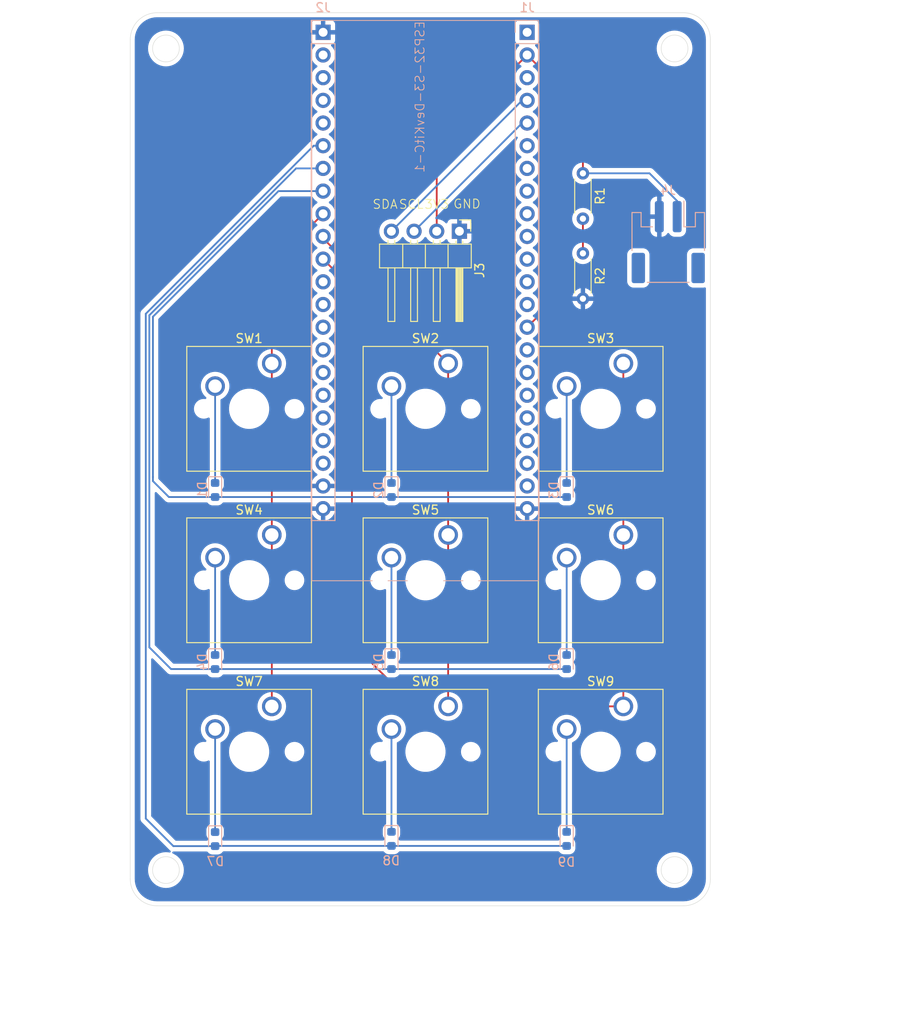
<source format=kicad_pcb>
(kicad_pcb (version 20240108) (generator "pcbnew") (generator_version "8.0")
  (layers (0 "F.Cu" signal) (31 "B.Cu" signal) (34 "B.Paste" user) (35 "F.Paste" user) (36 "B.SilkS" user "B.Silkscreen") (37 "F.SilkS" user "F.Silkscreen") (38 "B.Mask" user) (39 "F.Mask" user) (44 "Edge.Cuts" user))
  (net 0 "")
  (net 1 "Net-(D1-K)")
  (net 2 "/42")
  (net 3 "Net-(D2-K)")
  (net 4 "Net-(D3-K)")
  (net 5 "/41")
  (net 6 "Net-(D4-K)")
  (net 7 "Net-(D5-K)")
  (net 8 "Net-(D6-K)")
  (net 9 "/40")
  (net 10 "Net-(D7-K)")
  (net 11 "Net-(D8-K)")
  (net 12 "Net-(D9-K)")
  (net 13 "/9")
  (net 14 "/4")
  (net 15 "/6")
  (net 16 "/15")
  (net 17 "/5V")
  (net 18 "/14")
  (net 19 "/17")
  (net 20 "/18")
  (net 21 "/10")
  (net 22 "/5")
  (net 23 "/12")
  (net 24 "/16")
  (net 25 "/8")
  (net 26 "/3")
  (net 27 "/13")
  (net 28 "GND")
  (net 29 "/11")
  (net 30 "/46")
  (net 31 "/7")
  (net 33 "3V3")
  (net 34 "/38")
  (net 35 "/21")
  (net 36 "/35")
  (net 37 "/39")
  (net 38 "/20")
  (net 39 "/48")
  (net 40 "/1")
  (net 41 "/0")
  (net 42 "/36")
  (net 43 "/RX")
  (net 44 "/2")
  (net 45 "/19")
  (net 46 "/45")
  (net 47 "/TX")
  (net 48 "/37")
  (net 49 "/47")
  (footprint "Button_Switch_Keyboard:SW_Cherry_MX_1.00u_PCB" (layer "F.Cu") (at 96.86 77.23)
    (property "Reference" "SW2" (at -2.54 -2.794 0) (layer "F.SilkS"))
    (property "Value" "SW_Push_45deg" (hide yes))
    (fp_line (start -9.525 -1.905) (end 4.445 -1.905) (stroke (width 0.12)) (layer "F.SilkS"))
    (fp_line (start -9.525 12.065) (end -9.525 -1.905) (stroke (width 0.12)) (layer "F.SilkS"))
    (fp_line (start 4.445 -1.905) (end 4.445 12.065) (stroke (width 0.12)) (layer "F.SilkS"))
    (fp_line (start 4.445 12.065) (end -9.525 12.065) (stroke (width 0.12)) (layer "F.SilkS"))
    (pad "" np_thru_hole circle (at -7.62 5.08) (size 1.7 1.7) (drill 1.7) (layers "*.Cu" "*.Mask"))
    (pad "" np_thru_hole circle (at -2.54 5.08) (size 4 4) (drill 4) (layers "*.Cu" "*.Mask"))
    (pad "" np_thru_hole circle (at 2.54 5.08) (size 1.7 1.7) (drill 1.7) (layers "*.Cu" "*.Mask"))
    (pad "1" thru_hole circle (at 0 0) (size 2.2 2.2) (drill 1.5) (layers "*.Cu" "*.Mask") (net 34 "/38"))
    (pad "2" thru_hole circle (at -6.35 2.54) (size 2.2 2.2) (drill 1.5) (layers "*.Cu" "*.Mask") (net 3 "Net-(D2-K)"))
  )
  (footprint "Button_Switch_Keyboard:SW_Cherry_MX_1.00u_PCB" (layer "F.Cu") (at 77.1 77.23)
    (property "Reference" "SW1" (at -2.54 -2.794 0) (layer "F.SilkS"))
    (property "Value" "SW_Push_45deg" (hide yes))
    (fp_line (start -9.525 -1.905) (end 4.445 -1.905) (stroke (width 0.12)) (layer "F.SilkS"))
    (fp_line (start -9.525 12.065) (end -9.525 -1.905) (stroke (width 0.12)) (layer "F.SilkS"))
    (fp_line (start 4.445 -1.905) (end 4.445 12.065) (stroke (width 0.12)) (layer "F.SilkS"))
    (fp_line (start 4.445 12.065) (end -9.525 12.065) (stroke (width 0.12)) (layer "F.SilkS"))
    (pad "" np_thru_hole circle (at -7.62 5.08) (size 1.7 1.7) (drill 1.7) (layers "*.Cu" "*.Mask"))
    (pad "" np_thru_hole circle (at -2.54 5.08) (size 4 4) (drill 4) (layers "*.Cu" "*.Mask"))
    (pad "" np_thru_hole circle (at 2.54 5.08) (size 1.7 1.7) (drill 1.7) (layers "*.Cu" "*.Mask"))
    (pad "1" thru_hole circle (at 0 0) (size 2.2 2.2) (drill 1.5) (layers "*.Cu" "*.Mask") (net 37 "/39"))
    (pad "2" thru_hole circle (at -6.35 2.54) (size 2.2 2.2) (drill 1.5) (layers "*.Cu" "*.Mask") (net 1 "Net-(D1-K)"))
  )
  (footprint "Button_Switch_Keyboard:SW_Cherry_MX_1.00u_PCB" (layer "F.Cu") (at 116.49 77.23)
    (property "Reference" "SW3" (at -2.54 -2.794 0) (layer "F.SilkS"))
    (property "Value" "SW_Push_45deg" (hide yes))
    (fp_line (start -9.525 -1.905) (end 4.445 -1.905) (stroke (width 0.12)) (layer "F.SilkS"))
    (fp_line (start -9.525 12.065) (end -9.525 -1.905) (stroke (width 0.12)) (layer "F.SilkS"))
    (fp_line (start 4.445 -1.905) (end 4.445 12.065) (stroke (width 0.12)) (layer "F.SilkS"))
    (fp_line (start 4.445 12.065) (end -9.525 12.065) (stroke (width 0.12)) (layer "F.SilkS"))
    (pad "" np_thru_hole circle (at -7.62 5.08) (size 1.7 1.7) (drill 1.7) (layers "*.Cu" "*.Mask"))
    (pad "" np_thru_hole circle (at -2.54 5.08) (size 4 4) (drill 4) (layers "*.Cu" "*.Mask"))
    (pad "" np_thru_hole circle (at 2.54 5.08) (size 1.7 1.7) (drill 1.7) (layers "*.Cu" "*.Mask"))
    (pad "1" thru_hole circle (at 0 0) (size 2.2 2.2) (drill 1.5) (layers "*.Cu" "*.Mask") (net 48 "/37"))
    (pad "2" thru_hole circle (at -6.35 2.54) (size 2.2 2.2) (drill 1.5) (layers "*.Cu" "*.Mask") (net 4 "Net-(D3-K)"))
  )
  (footprint "Connector_PinHeader_2.54mm:PinHeader_1x04_P2.54mm_Horizontal" (layer "F.Cu") (at 98.12 62.425 -90)
    (property "Reference" "J3" (at 4.385 -2.27 90) (layer "F.SilkS"))
    (property "Value" "SSD1306 OLED Display" (hide yes))
    (fp_line (start 1.44 8.95) (end 4.1 8.95) (stroke (width 0.12)) (layer "F.SilkS"))
    (fp_line (start 4.1 8.95) (end 4.1 -1.33) (stroke (width 0.12)) (layer "F.SilkS"))
    (fp_line (start 1.042929 8) (end 1.44 8) (stroke (width 0.12)) (layer "F.SilkS"))
    (fp_line (start 10.1 8) (end 4.1 8) (stroke (width 0.12)) (layer "F.SilkS"))
    (fp_line (start 1.042929 7.24) (end 1.44 7.24) (stroke (width 0.12)) (layer "F.SilkS"))
    (fp_line (start 4.1 7.24) (end 10.1 7.24) (stroke (width 0.12)) (layer "F.SilkS"))
    (fp_line (start 10.1 7.24) (end 10.1 8) (stroke (width 0.12)) (layer "F.SilkS"))
    (fp_line (start 1.44 6.35) (end 4.1 6.35) (stroke (width 0.12)) (layer "F.SilkS"))
    (fp_line (start 1.042929 5.46) (end 1.44 5.46) (stroke (width 0.12)) (layer "F.SilkS"))
    (fp_line (start 10.1 5.46) (end 4.1 5.46) (stroke (width 0.12)) (layer "F.SilkS"))
    (fp_line (start 1.042929 4.7) (end 1.44 4.7) (stroke (width 0.12)) (layer "F.SilkS"))
    (fp_line (start 4.1 4.7) (end 10.1 4.7) (stroke (width 0.12)) (layer "F.SilkS"))
    (fp_line (start 10.1 4.7) (end 10.1 5.46) (stroke (width 0.12)) (layer "F.SilkS"))
    (fp_line (start 1.44 3.81) (end 4.1 3.81) (stroke (width 0.12)) (layer "F.SilkS"))
    (fp_line (start 1.042929 2.92) (end 1.44 2.92) (stroke (width 0.12)) (layer "F.SilkS"))
    (fp_line (start 10.1 2.92) (end 4.1 2.92) (stroke (width 0.12)) (layer "F.SilkS"))
    (fp_line (start 1.042929 2.16) (end 1.44 2.16) (stroke (width 0.12)) (layer "F.SilkS"))
    (fp_line (start 4.1 2.16) (end 10.1 2.16) (stroke (width 0.12)) (layer "F.SilkS"))
    (fp_line (start 10.1 2.16) (end 10.1 2.92) (stroke (width 0.12)) (layer "F.SilkS"))
    (fp_line (start 1.44 1.27) (end 4.1 1.27) (stroke (width 0.12)) (layer "F.SilkS"))
    (fp_line (start 1.11 0.38) (end 1.44 0.38) (stroke (width 0.12)) (layer "F.SilkS"))
    (fp_line (start 10.1 0.38) (end 4.1 0.38) (stroke (width 0.12)) (layer "F.SilkS"))
    (fp_line (start 4.1 0.28) (end 10.1 0.28) (stroke (width 0.12)) (layer "F.SilkS"))
    (fp_line (start 4.1 0.16) (end 10.1 0.16) (stroke (width 0.12)) (layer "F.SilkS"))
    (fp_line (start 4.1 0.04) (end 10.1 0.04) (stroke (width 0.12)) (layer "F.SilkS"))
    (fp_line (start -1.27 0) (end -1.27 -1.27) (stroke (width 0.12)) (layer "F.SilkS"))
    (fp_line (start 4.1 -0.08) (end 10.1 -0.08) (stroke (width 0.12)) (layer "F.SilkS"))
    (fp_line (start 4.1 -0.2) (end 10.1 -0.2) (stroke (width 0.12)) (layer "F.SilkS"))
    (fp_line (start 4.1 -0.32) (end 10.1 -0.32) (stroke (width 0.12)) (layer "F.SilkS"))
    (fp_line (start 1.11 -0.38) (end 1.44 -0.38) (stroke (width 0.12)) (layer "F.SilkS"))
    (fp_line (start 4.1 -0.38) (end 10.1 -0.38) (stroke (width 0.12)) (layer "F.SilkS"))
    (fp_line (start 10.1 -0.38) (end 10.1 0.38) (stroke (width 0.12)) (layer "F.SilkS"))
    (fp_line (start -1.27 -1.27) (end 0 -1.27) (stroke (width 0.12)) (layer "F.SilkS"))
    (fp_line (start 1.44 -1.33) (end 1.44 8.95) (stroke (width 0.12)) (layer "F.SilkS"))
    (fp_line (start 4.1 -1.33) (end 1.44 -1.33) (stroke (width 0.12)) (layer "F.SilkS"))
    (pad "1" thru_hole rect (at 0 0 270) (size 1.7 1.7) (drill 1) (layers "*.Cu" "*.Mask") (net 28 "GND"))
    (pad "2" thru_hole oval (at 0 2.54 270) (size 1.7 1.7) (drill 1) (layers "*.Cu" "*.Mask") (net 33 "3V3"))
    (pad "3" thru_hole oval (at 0 5.08 270) (size 1.7 1.7) (drill 1) (layers "*.Cu" "*.Mask") (net 22 "/5"))
    (pad "4" thru_hole oval (at 0 7.62 270) (size 1.7 1.7) (drill 1) (layers "*.Cu" "*.Mask") (net 14 "/4"))
  )
  (footprint "Button_Switch_Keyboard:SW_Cherry_MX_1.00u_PCB" (layer "F.Cu") (at 96.86 115.63)
    (property "Reference" "SW8" (at -2.54 -2.794 0) (layer "F.SilkS"))
    (property "Value" "SW_Push_45deg" (hide yes))
    (fp_line (start -9.525 -1.905) (end 4.445 -1.905) (stroke (width 0.12)) (layer "F.SilkS"))
    (fp_line (start -9.525 12.065) (end -9.525 -1.905) (stroke (width 0.12)) (layer "F.SilkS"))
    (fp_line (start 4.445 -1.905) (end 4.445 12.065) (stroke (width 0.12)) (layer "F.SilkS"))
    (fp_line (start 4.445 12.065) (end -9.525 12.065) (stroke (width 0.12)) (layer "F.SilkS"))
    (pad "" np_thru_hole circle (at -7.62 5.08) (size 1.7 1.7) (drill 1.7) (layers "*.Cu" "*.Mask"))
    (pad "" np_thru_hole circle (at -2.54 5.08) (size 4 4) (drill 4) (layers "*.Cu" "*.Mask"))
    (pad "" np_thru_hole circle (at 2.54 5.08) (size 1.7 1.7) (drill 1.7) (layers "*.Cu" "*.Mask"))
    (pad "1" thru_hole circle (at 0 0) (size 2.2 2.2) (drill 1.5) (layers "*.Cu" "*.Mask") (net 34 "/38"))
    (pad "2" thru_hole circle (at -6.35 2.54) (size 2.2 2.2) (drill 1.5) (layers "*.Cu" "*.Mask") (net 11 "Net-(D8-K)"))
  )
  (footprint "Button_Switch_Keyboard:SW_Cherry_MX_1.00u_PCB" (layer "F.Cu") (at 116.49 115.63)
    (property "Reference" "SW9" (at -2.54 -2.794 0) (layer "F.SilkS"))
    (property "Value" "SW_Push_45deg" (hide yes))
    (fp_line (start -9.525 -1.905) (end 4.445 -1.905) (stroke (width 0.12)) (layer "F.SilkS"))
    (fp_line (start -9.525 12.065) (end -9.525 -1.905) (stroke (width 0.12)) (layer "F.SilkS"))
    (fp_line (start 4.445 -1.905) (end 4.445 12.065) (stroke (width 0.12)) (layer "F.SilkS"))
    (fp_line (start 4.445 12.065) (end -9.525 12.065) (stroke (width 0.12)) (layer "F.SilkS"))
    (pad "" np_thru_hole circle (at -7.62 5.08) (size 1.7 1.7) (drill 1.7) (layers "*.Cu" "*.Mask"))
    (pad "" np_thru_hole circle (at -2.54 5.08) (size 4 4) (drill 4) (layers "*.Cu" "*.Mask"))
    (pad "" np_thru_hole circle (at 2.54 5.08) (size 1.7 1.7) (drill 1.7) (layers "*.Cu" "*.Mask"))
    (pad "1" thru_hole circle (at 0 0) (size 2.2 2.2) (drill 1.5) (layers "*.Cu" "*.Mask") (net 48 "/37"))
    (pad "2" thru_hole circle (at -6.35 2.54) (size 2.2 2.2) (drill 1.5) (layers "*.Cu" "*.Mask") (net 12 "Net-(D9-K)"))
  )
  (footprint "Resistor_THT:R_Axial_DIN0204_L3.6mm_D1.6mm_P5.08mm_Horizontal" (layer "F.Cu") (at 111.96 55.94 -90)
    (property "Reference" "R1" (at 2.54 -1.92 90) (layer "F.SilkS"))
    (property "Value" "10 kΩ")
    (fp_line (start 0.62 0.92) (end 4.46 0.92) (stroke (width 0.12)) (layer "F.SilkS"))
    (fp_line (start 0.62 -0.92) (end 4.46 -0.92) (stroke (width 0.12)) (layer "F.SilkS"))
    (pad "1" thru_hole circle (at 0 0 270) (size 1.4 1.4) (drill 0.7) (layers "*.Cu" "*.Mask") (net 33 "3V3"))
    (pad "2" thru_hole oval (at 5.08 0 270) (size 1.4 1.4) (drill 0.7) (layers "*.Cu" "*.Mask") (net 30 "/46"))
  )
  (footprint "Button_Switch_Keyboard:SW_Cherry_MX_1.00u_PCB" (layer "F.Cu") (at 116.49 96.43)
    (property "Reference" "SW6" (at -2.54 -2.794 0) (layer "F.SilkS"))
    (property "Value" "SW_Push_45deg" (hide yes))
    (fp_line (start -9.525 -1.905) (end 4.445 -1.905) (stroke (width 0.12)) (layer "F.SilkS"))
    (fp_line (start -9.525 12.065) (end -9.525 -1.905) (stroke (width 0.12)) (layer "F.SilkS"))
    (fp_line (start 4.445 -1.905) (end 4.445 12.065) (stroke (width 0.12)) (layer "F.SilkS"))
    (fp_line (start 4.445 12.065) (end -9.525 12.065) (stroke (width 0.12)) (layer "F.SilkS"))
    (pad "" np_thru_hole circle (at -7.62 5.08) (size 1.7 1.7) (drill 1.7) (layers "*.Cu" "*.Mask"))
    (pad "" np_thru_hole circle (at -2.54 5.08) (size 4 4) (drill 4) (layers "*.Cu" "*.Mask"))
    (pad "" np_thru_hole circle (at 2.54 5.08) (size 1.7 1.7) (drill 1.7) (layers "*.Cu" "*.Mask"))
    (pad "1" thru_hole circle (at 0 0) (size 2.2 2.2) (drill 1.5) (layers "*.Cu" "*.Mask") (net 48 "/37"))
    (pad "2" thru_hole circle (at -6.35 2.54) (size 2.2 2.2) (drill 1.5) (layers "*.Cu" "*.Mask") (net 8 "Net-(D6-K)"))
  )
  (footprint "Button_Switch_Keyboard:SW_Cherry_MX_1.00u_PCB" (layer "F.Cu") (at 77.1 115.63)
    (property "Reference" "SW7" (at -2.54 -2.794 0) (layer "F.SilkS"))
    (property "Value" "SW_Push_45deg" (hide yes))
    (fp_line (start -9.525 -1.905) (end 4.445 -1.905) (stroke (width 0.12)) (layer "F.SilkS"))
    (fp_line (start -9.525 12.065) (end -9.525 -1.905) (stroke (width 0.12)) (layer "F.SilkS"))
    (fp_line (start 4.445 -1.905) (end 4.445 12.065) (stroke (width 0.12)) (layer "F.SilkS"))
    (fp_line (start 4.445 12.065) (end -9.525 12.065) (stroke (width 0.12)) (layer "F.SilkS"))
    (pad "" np_thru_hole circle (at -7.62 5.08) (size 1.7 1.7) (drill 1.7) (layers "*.Cu" "*.Mask"))
    (pad "" np_thru_hole circle (at -2.54 5.08) (size 4 4) (drill 4) (layers "*.Cu" "*.Mask"))
    (pad "" np_thru_hole circle (at 2.54 5.08) (size 1.7 1.7) (drill 1.7) (layers "*.Cu" "*.Mask"))
    (pad "1" thru_hole circle (at 0 0) (size 2.2 2.2) (drill 1.5) (layers "*.Cu" "*.Mask") (net 37 "/39"))
    (pad "2" thru_hole circle (at -6.35 2.54) (size 2.2 2.2) (drill 1.5) (layers "*.Cu" "*.Mask") (net 10 "Net-(D7-K)"))
  )
  (footprint "Button_Switch_Keyboard:SW_Cherry_MX_1.00u_PCB" (layer "F.Cu") (at 77.1 96.43)
    (property "Reference" "SW4" (at -2.54 -2.794 0) (layer "F.SilkS"))
    (property "Value" "SW_Push_45deg" (hide yes))
    (fp_line (start -9.525 -1.905) (end 4.445 -1.905) (stroke (width 0.12)) (layer "F.SilkS"))
    (fp_line (start -9.525 12.065) (end -9.525 -1.905) (stroke (width 0.12)) (layer "F.SilkS"))
    (fp_line (start 4.445 -1.905) (end 4.445 12.065) (stroke (width 0.12)) (layer "F.SilkS"))
    (fp_line (start 4.445 12.065) (end -9.525 12.065) (stroke (width 0.12)) (layer "F.SilkS"))
    (pad "" np_thru_hole circle (at -7.62 5.08) (size 1.7 1.7) (drill 1.7) (layers "*.Cu" "*.Mask"))
    (pad "" np_thru_hole circle (at -2.54 5.08) (size 4 4) (drill 4) (layers "*.Cu" "*.Mask"))
    (pad "" np_thru_hole circle (at 2.54 5.08) (size 1.7 1.7) (drill 1.7) (layers "*.Cu" "*.Mask"))
    (pad "1" thru_hole circle (at 0 0) (size 2.2 2.2) (drill 1.5) (layers "*.Cu" "*.Mask") (net 37 "/39"))
    (pad "2" thru_hole circle (at -6.35 2.54) (size 2.2 2.2) (drill 1.5) (layers "*.Cu" "*.Mask") (net 6 "Net-(D4-K)"))
  )
  (footprint "Resistor_THT:R_Axial_DIN0204_L3.6mm_D1.6mm_P5.08mm_Horizontal" (layer "F.Cu") (at 111.96 64.9 -90)
    (property "Reference" "R2" (at 2.54 -1.92 90) (layer "F.SilkS"))
    (property "Value" "10 kΩ")
    (fp_line (start 0.62 0.92) (end 4.46 0.92) (stroke (width 0.12)) (layer "F.SilkS"))
    (fp_line (start 0.62 -0.92) (end 4.46 -0.92) (stroke (width 0.12)) (layer "F.SilkS"))
    (pad "1" thru_hole circle (at 0 0 270) (size 1.4 1.4) (drill 0.7) (layers "*.Cu" "*.Mask") (net 30 "/46"))
    (pad "2" thru_hole oval (at 5.08 0 270) (size 1.4 1.4) (drill 0.7) (layers "*.Cu" "*.Mask") (net 28 "GND"))
  )
  (footprint "Button_Switch_Keyboard:SW_Cherry_MX_1.00u_PCB" (layer "F.Cu") (at 96.86 96.43)
    (property "Reference" "SW5" (at -2.54 -2.794 0) (layer "F.SilkS"))
    (property "Value" "SW_Push_45deg" (hide yes))
    (fp_line (start -9.525 -1.905) (end 4.445 -1.905) (stroke (width 0.12)) (layer "F.SilkS"))
    (fp_line (start -9.525 12.065) (end -9.525 -1.905) (stroke (width 0.12)) (layer "F.SilkS"))
    (fp_line (start 4.445 -1.905) (end 4.445 12.065) (stroke (width 0.12)) (layer "F.SilkS"))
    (fp_line (start 4.445 12.065) (end -9.525 12.065) (stroke (width 0.12)) (layer "F.SilkS"))
    (pad "" np_thru_hole circle (at -7.62 5.08) (size 1.7 1.7) (drill 1.7) (layers "*.Cu" "*.Mask"))
    (pad "" np_thru_hole circle (at -2.54 5.08) (size 4 4) (drill 4) (layers "*.Cu" "*.Mask"))
    (pad "" np_thru_hole circle (at 2.54 5.08) (size 1.7 1.7) (drill 1.7) (layers "*.Cu" "*.Mask"))
    (pad "1" thru_hole circle (at 0 0) (size 2.2 2.2) (drill 1.5) (layers "*.Cu" "*.Mask") (net 34 "/38"))
    (pad "2" thru_hole circle (at -6.35 2.54) (size 2.2 2.2) (drill 1.5) (layers "*.Cu" "*.Mask") (net 7 "Net-(D5-K)"))
  )
  (footprint "Diode_SMD:D_0603_1608Metric" (layer "B.Cu") (at 110.14 110.6625 -90)
    (property "Reference" "D6" (at 0 1.43 90) (layer "B.SilkS") (effects (justify mirror)))
    (property "Value" "D")
    (fp_line (start -1.485 0.735) (end 0.8 0.735) (stroke (width 0.12)) (layer "B.SilkS"))
    (fp_line (start -1.485 -0.735) (end -1.485 0.735) (stroke (width 0.12)) (layer "B.SilkS"))
    (fp_line (start 0.8 -0.735) (end -1.485 -0.735) (stroke (width 0.12)) (layer "B.SilkS"))
    (pad "1" smd roundrect (at -0.7875 0 270) (size 0.875 0.95) (layers "B.Cu" "B.Paste" "B.Mask") (net 8 "Net-(D6-K)"))
    (pad "2" smd roundrect (at 0.7875 0 270) (size 0.875 0.95) (layers "B.Cu" "B.Paste" "B.Mask") (net 5 "/41"))
  )
  (footprint "Diode_SMD:D_0603_1608Metric" (layer "B.Cu") (at 110.14 91.4 -90)
    (property "Reference" "D3" (at 0 1.43 90) (layer "B.SilkS") (effects (justify mirror)))
    (property "Value" "D")
    (fp_line (start -1.485 0.735) (end 0.8 0.735) (stroke (width 0.12)) (layer "B.SilkS"))
    (fp_line (start -1.485 -0.735) (end -1.485 0.735) (stroke (width 0.12)) (layer "B.SilkS"))
    (fp_line (start 0.8 -0.735) (end -1.485 -0.735) (stroke (width 0.12)) (layer "B.SilkS"))
    (pad "1" smd roundrect (at -0.7875 0 270) (size 0.875 0.95) (layers "B.Cu" "B.Paste" "B.Mask") (net 4 "Net-(D3-K)"))
    (pad "2" smd roundrect (at 0.7875 0 270) (size 0.875 0.95) (layers "B.Cu" "B.Paste" "B.Mask") (net 9 "/40"))
  )
  (footprint "Diode_SMD:D_0603_1608Metric" (layer "B.Cu") (at 110.14 130.47 -90)
    (property "Reference" "D9" (at 2.59 0.03 180) (layer "B.SilkS") (effects (justify mirror)))
    (property "Value" "D")
    (fp_line (start -1.485 0.735) (end 0.8 0.735) (stroke (width 0.12)) (layer "B.SilkS"))
    (fp_line (start -1.485 -0.735) (end -1.485 0.735) (stroke (width 0.12)) (layer "B.SilkS"))
    (fp_line (start 0.8 -0.735) (end -1.485 -0.735) (stroke (width 0.12)) (layer "B.SilkS"))
    (pad "1" smd roundrect (at -0.7875 0 270) (size 0.875 0.95) (layers "B.Cu" "B.Paste" "B.Mask") (net 12 "Net-(D9-K)"))
    (pad "2" smd roundrect (at 0.7875 0 270) (size 0.875 0.95) (layers "B.Cu" "B.Paste" "B.Mask") (net 2 "/42"))
  )
  (footprint "Connector_PinSocket_2.54mm:PinSocket_1x22_P2.54mm_Vertical" (layer "B.Cu") (at 105.71 40.15 180)
    (property "Reference" "J1" (at 0 2.77 0) (layer "B.SilkS") (effects (justify mirror)))
    (property "Value" "ESP32-S3-devkitC-1 (left)")
    (fp_line (start 1.33 1.33) (end 0 1.33) (stroke (width 0.12)) (layer "B.SilkS"))
    (fp_line (start 1.33 0) (end 1.33 1.33) (stroke (width 0.12)) (layer "B.SilkS"))
    (fp_line (start 1.33 -1.27) (end -1.33 -1.27) (stroke (width 0.12)) (layer "B.SilkS"))
    (fp_line (start 1.33 -54.67) (end 1.33 -1.27) (stroke (width 0.12)) (layer "B.SilkS"))
    (fp_line (start 1.33 -54.67) (end -1.33 -54.67) (stroke (width 0.12)) (layer "B.SilkS"))
    (fp_line (start -1.33 -54.67) (end -1.33 -1.27) (stroke (width 0.12)) (layer "B.SilkS"))
    (pad "1" thru_hole rect (at 0 0 180) (size 1.7 1.7) (drill 1) (layers "*.Cu" "*.Mask") (net 33 "3V3"))
    (pad "2" thru_hole oval (at 0 -2.54 180) (size 1.7 1.7) (drill 1) (layers "*.Cu" "*.Mask") (net 33 "3V3"))
    (pad "3" thru_hole oval (at 0 -5.08 180) (size 1.7 1.7) (drill 1) (layers "*.Cu" "*.Mask"))
    (pad "4" thru_hole oval (at 0 -7.62 180) (size 1.7 1.7) (drill 1) (layers "*.Cu" "*.Mask") (net 14 "/4"))
    (pad "5" thru_hole oval (at 0 -10.16 180) (size 1.7 1.7) (drill 1) (layers "*.Cu" "*.Mask") (net 22 "/5"))
    (pad "6" thru_hole oval (at 0 -12.7 180) (size 1.7 1.7) (drill 1) (layers "*.Cu" "*.Mask") (net 15 "/6"))
    (pad "7" thru_hole oval (at 0 -15.24 180) (size 1.7 1.7) (drill 1) (layers "*.Cu" "*.Mask") (net 31 "/7"))
    (pad "8" thru_hole oval (at 0 -17.78 180) (size 1.7 1.7) (drill 1) (layers "*.Cu" "*.Mask") (net 16 "/15"))
    (pad "9" thru_hole oval (at 0 -20.32 180) (size 1.7 1.7) (drill 1) (layers "*.Cu" "*.Mask") (net 24 "/16"))
    (pad "10" thru_hole oval (at 0 -22.86 180) (size 1.7 1.7) (drill 1) (layers "*.Cu" "*.Mask") (net 19 "/17"))
    (pad "11" thru_hole oval (at 0 -25.4 180) (size 1.7 1.7) (drill 1) (layers "*.Cu" "*.Mask") (net 20 "/18"))
    (pad "12" thru_hole oval (at 0 -27.94 180) (size 1.7 1.7) (drill 1) (layers "*.Cu" "*.Mask") (net 25 "/8"))
    (pad "13" thru_hole oval (at 0 -30.48 180) (size 1.7 1.7) (drill 1) (layers "*.Cu" "*.Mask") (net 26 "/3"))
    (pad "14" thru_hole oval (at 0 -33.02 180) (size 1.7 1.7) (drill 1) (layers "*.Cu" "*.Mask") (net 30 "/46"))
    (pad "15" thru_hole oval (at 0 -35.56 180) (size 1.7 1.7) (drill 1) (layers "*.Cu" "*.Mask") (net 13 "/9"))
    (pad "16" thru_hole oval (at 0 -38.1 180) (size 1.7 1.7) (drill 1) (layers "*.Cu" "*.Mask") (net 21 "/10"))
    (pad "17" thru_hole oval (at 0 -40.64 180) (size 1.7 1.7) (drill 1) (layers "*.Cu" "*.Mask") (net 29 "/11"))
    (pad "18" thru_hole oval (at 0 -43.18 180) (size 1.7 1.7) (drill 1) (layers "*.Cu" "*.Mask") (net 23 "/12"))
    (pad "19" thru_hole oval (at 0 -45.72 180) (size 1.7 1.7) (drill 1) (layers "*.Cu" "*.Mask") (net 27 "/13"))
    (pad "20" thru_hole oval (at 0 -48.26 180) (size 1.7 1.7) (drill 1) (layers "*.Cu" "*.Mask") (net 18 "/14"))
    (pad "21" thru_hole oval (at 0 -50.8 180) (size 1.7 1.7) (drill 1) (layers "*.Cu" "*.Mask") (net 17 "/5V"))
    (pad "22" thru_hole oval (at 0 -53.34 180) (size 1.7 1.7) (drill 1) (layers "*.Cu" "*.Mask") (net 28 "GND"))
  )
  (footprint "Diode_SMD:D_0603_1608Metric" (layer "B.Cu") (at 70.75 130.49 -90)
    (property "Reference" "D7" (at 2.5 -0.03 180) (layer "B.SilkS") (effects (justify mirror)))
    (property "Value" "D")
    (fp_line (start -1.485 0.735) (end 0.8 0.735) (stroke (width 0.12)) (layer "B.SilkS"))
    (fp_line (start -1.485 -0.735) (end -1.485 0.735) (stroke (width 0.12)) (layer "B.SilkS"))
    (fp_line (start 0.8 -0.735) (end -1.485 -0.735) (stroke (width 0.12)) (layer "B.SilkS"))
    (pad "1" smd roundrect (at -0.7875 0 270) (size 0.875 0.95) (layers "B.Cu" "B.Paste" "B.Mask") (net 10 "Net-(D7-K)"))
    (pad "2" smd roundrect (at 0.7875 0 270) (size 0.875 0.95) (layers "B.Cu" "B.Paste" "B.Mask") (net 2 "/42"))
  )
  (footprint "Diode_SMD:D_0603_1608Metric" (layer "B.Cu") (at 70.75 91.4 -90)
    (property "Reference" "D1" (at 0 1.43 90) (layer "B.SilkS") (effects (justify mirror)))
    (property "Value" "D")
    (fp_line (start -1.485 0.735) (end 0.8 0.735) (stroke (width 0.12)) (layer "B.SilkS"))
    (fp_line (start -1.485 -0.735) (end -1.485 0.735) (stroke (width 0.12)) (layer "B.SilkS"))
    (fp_line (start 0.8 -0.735) (end -1.485 -0.735) (stroke (width 0.12)) (layer "B.SilkS"))
    (pad "1" smd roundrect (at -0.7875 0 270) (size 0.875 0.95) (layers "B.Cu" "B.Paste" "B.Mask") (net 1 "Net-(D1-K)"))
    (pad "2" smd roundrect (at 0.7875 0 270) (size 0.875 0.95) (layers "B.Cu" "B.Paste" "B.Mask") (net 9 "/40"))
  )
  (footprint "Diode_SMD:D_0603_1608Metric" (layer "B.Cu") (at 90.51 110.6625 -90)
    (property "Reference" "D5" (at 0 1.43 90) (layer "B.SilkS") (effects (justify mirror)))
    (property "Value" "D")
    (fp_line (start -1.485 0.735) (end 0.8 0.735) (stroke (width 0.12)) (layer "B.SilkS"))
    (fp_line (start -1.485 -0.735) (end -1.485 0.735) (stroke (width 0.12)) (layer "B.SilkS"))
    (fp_line (start 0.8 -0.735) (end -1.485 -0.735) (stroke (width 0.12)) (layer "B.SilkS"))
    (pad "1" smd roundrect (at -0.7875 0 270) (size 0.875 0.95) (layers "B.Cu" "B.Paste" "B.Mask") (net 7 "Net-(D5-K)"))
    (pad "2" smd roundrect (at 0.7875 0 270) (size 0.875 0.95) (layers "B.Cu" "B.Paste" "B.Mask") (net 5 "/41"))
  )
  (footprint "Diode_SMD:D_0603_1608Metric" (layer "B.Cu") (at 90.51 91.4 -90)
    (property "Reference" "D2" (at 0 1.43 90) (layer "B.SilkS") (effects (justify mirror)))
    (property "Value" "D")
    (fp_line (start -1.485 0.735) (end 0.8 0.735) (stroke (width 0.12)) (layer "B.SilkS"))
    (fp_line (start -1.485 -0.735) (end -1.485 0.735) (stroke (width 0.12)) (layer "B.SilkS"))
    (fp_line (start 0.8 -0.735) (end -1.485 -0.735) (stroke (width 0.12)) (layer "B.SilkS"))
    (pad "1" smd roundrect (at -0.7875 0 270) (size 0.875 0.95) (layers "B.Cu" "B.Paste" "B.Mask") (net 3 "Net-(D2-K)"))
    (pad "2" smd roundrect (at 0.7875 0 270) (size 0.875 0.95) (layers "B.Cu" "B.Paste" "B.Mask") (net 9 "/40"))
  )
  (footprint "Diode_SMD:D_0603_1608Metric" (layer "B.Cu") (at 90.51 130.4625 -90)
    (property "Reference" "D8" (at 2.4475 0.03 180) (layer "B.SilkS") (effects (justify mirror)))
    (property "Value" "D")
    (fp_line (start -1.485 0.735) (end 0.8 0.735) (stroke (width 0.12)) (layer "B.SilkS"))
    (fp_line (start -1.485 -0.735) (end -1.485 0.735) (stroke (width 0.12)) (layer "B.SilkS"))
    (fp_line (start 0.8 -0.735) (end -1.485 -0.735) (stroke (width 0.12)) (layer "B.SilkS"))
    (pad "1" smd roundrect (at -0.7875 0 270) (size 0.875 0.95) (layers "B.Cu" "B.Paste" "B.Mask") (net 11 "Net-(D8-K)"))
    (pad "2" smd roundrect (at 0.7875 0 270) (size 0.875 0.95) (layers "B.Cu" "B.Paste" "B.Mask") (net 2 "/42"))
  )
  (footprint "Diode_SMD:D_0603_1608Metric" (layer "B.Cu") (at 70.75 110.6625 -90)
    (property "Reference" "D4" (at 0 1.43 90) (layer "B.SilkS") (effects (justify mirror)))
    (property "Value" "D")
    (fp_line (start -1.485 0.735) (end 0.8 0.735) (stroke (width 0.12)) (layer "B.SilkS"))
    (fp_line (start -1.485 -0.735) (end -1.485 0.735) (stroke (width 0.12)) (layer "B.SilkS"))
    (fp_line (start 0.8 -0.735) (end -1.485 -0.735) (stroke (width 0.12)) (layer "B.SilkS"))
    (pad "1" smd roundrect (at -0.7875 0 270) (size 0.875 0.95) (layers "B.Cu" "B.Paste" "B.Mask") (net 6 "Net-(D4-K)"))
    (pad "2" smd roundrect (at 0.7875 0 270) (size 0.875 0.95) (layers "B.Cu" "B.Paste" "B.Mask") (net 5 "/41"))
  )
  (footprint "Connector_PinSocket_2.54mm:PinSocket_1x22_P2.54mm_Vertical" (layer "B.Cu") (at 82.85 40.15 180)
    (property "Reference" "J2" (at 0 2.77 0) (layer "B.SilkS") (effects (justify mirror)))
    (property "Value" "ESP32-S3-devkitC-1 (right)")
    (fp_line (start 1.33 1.33) (end 0 1.33) (stroke (width 0.12)) (layer "B.SilkS"))
    (fp_line (start 1.33 0) (end 1.33 1.33) (stroke (width 0.12)) (layer "B.SilkS"))
    (fp_line (start 1.33 -1.27) (end -1.33 -1.27) (stroke (width 0.12)) (layer "B.SilkS"))
    (fp_line (start 1.33 -54.67) (end 1.33 -1.27) (stroke (width 0.12)) (layer "B.SilkS"))
    (fp_line (start 1.33 -54.67) (end -1.33 -54.67) (stroke (width 0.12)) (layer "B.SilkS"))
    (fp_line (start -1.33 -54.67) (end -1.33 -1.27) (stroke (width 0.12)) (layer "B.SilkS"))
    (pad "1" thru_hole rect (at 0 0 180) (size 1.7 1.7) (drill 1) (layers "*.Cu" "*.Mask") (net 28 "GND"))
    (pad "2" thru_hole oval (at 0 -2.54 180) (size 1.7 1.7) (drill 1) (layers "*.Cu" "*.Mask") (net 47 "/TX"))
    (pad "3" thru_hole oval (at 0 -5.08 180) (size 1.7 1.7) (drill 1) (layers "*.Cu" "*.Mask") (net 43 "/RX"))
    (pad "4" thru_hole oval (at 0 -7.62 180) (size 1.7 1.7) (drill 1) (layers "*.Cu" "*.Mask") (net 40 "/1"))
    (pad "5" thru_hole oval (at 0 -10.16 180) (size 1.7 1.7) (drill 1) (layers "*.Cu" "*.Mask") (net 44 "/2"))
    (pad "6" thru_hole oval (at 0 -12.7 180) (size 1.7 1.7) (drill 1) (layers "*.Cu" "*.Mask") (net 2 "/42"))
    (pad "7" thru_hole oval (at 0 -15.24 180) (size 1.7 1.7) (drill 1) (layers "*.Cu" "*.Mask") (net 5 "/41"))
    (pad "8" thru_hole oval (at 0 -17.78 180) (size 1.7 1.7) (drill 1) (layers "*.Cu" "*.Mask") (net 9 "/40"))
    (pad "9" thru_hole oval (at 0 -20.32 180) (size 1.7 1.7) (drill 1) (layers "*.Cu" "*.Mask") (net 37 "/39"))
    (pad "10" thru_hole oval (at 0 -22.86 180) (size 1.7 1.7) (drill 1) (layers "*.Cu" "*.Mask") (net 34 "/38"))
    (pad "11" thru_hole oval (at 0 -25.4 180) (size 1.7 1.7) (drill 1) (layers "*.Cu" "*.Mask") (net 48 "/37"))
    (pad "12" thru_hole oval (at 0 -27.94 180) (size 1.7 1.7) (drill 1) (layers "*.Cu" "*.Mask") (net 42 "/36"))
    (pad "13" thru_hole oval (at 0 -30.48 180) (size 1.7 1.7) (drill 1) (layers "*.Cu" "*.Mask") (net 36 "/35"))
    (pad "14" thru_hole oval (at 0 -33.02 180) (size 1.7 1.7) (drill 1) (layers "*.Cu" "*.Mask") (net 41 "/0"))
    (pad "15" thru_hole oval (at 0 -35.56 180) (size 1.7 1.7) (drill 1) (layers "*.Cu" "*.Mask") (net 46 "/45"))
    (pad "16" thru_hole oval (at 0 -38.1 180) (size 1.7 1.7) (drill 1) (layers "*.Cu" "*.Mask") (net 39 "/48"))
    (pad "17" thru_hole oval (at 0 -40.64 180) (size 1.7 1.7) (drill 1) (layers "*.Cu" "*.Mask") (net 49 "/47"))
    (pad "18" thru_hole oval (at 0 -43.18 180) (size 1.7 1.7) (drill 1) (layers "*.Cu" "*.Mask") (net 35 "/21"))
    (pad "19" thru_hole oval (at 0 -45.72 180) (size 1.7 1.7) (drill 1) (layers "*.Cu" "*.Mask") (net 38 "/20"))
    (pad "20" thru_hole oval (at 0 -48.26 180) (size 1.7 1.7) (drill 1) (layers "*.Cu" "*.Mask") (net 45 "/19"))
    (pad "21" thru_hole oval (at 0 -50.8 180) (size 1.7 1.7) (drill 1) (layers "*.Cu" "*.Mask") (net 28 "GND"))
    (pad "22" thru_hole oval (at 0 -53.34 180) (size 1.7 1.7) (drill 1) (layers "*.Cu" "*.Mask") (net 28 "GND"))
  )
  (footprint "Connector_JST:JST_PH_S2B-PH-SM4-TB_1x02-1MP_P2.00mm_Horizontal" (layer "B.Cu") (at 121.52 63.64 180)
    (property "Reference" "J4" (at 0 5.8 360) (layer "B.SilkS") (effects (justify mirror)))
    (property "Value" "Conn_01x02_Pin")
    (fp_line (start 4.06 3.31) (end 4.06 -0.94) (stroke (width 0.12)) (layer "B.SilkS"))
    (fp_line (start 3.04 3.31) (end 4.06 3.31) (stroke (width 0.12)) (layer "B.SilkS"))
    (fp_line (start 3.04 1.71) (end 3.04 3.31) (stroke (width 0.12)) (layer "B.SilkS"))
    (fp_line (start 2.34 -4.51) (end -2.34 -4.51) (stroke (width 0.12)) (layer "B.SilkS"))
    (fp_line (start 1.76 1.71) (end 3.04 1.71) (stroke (width 0.12)) (layer "B.SilkS"))
    (fp_line (start -1.76 4.6) (end -1.76 1.71) (stroke (width 0.12)) (layer "B.SilkS"))
    (fp_line (start -1.76 1.71) (end -3.04 1.71) (stroke (width 0.12)) (layer "B.SilkS"))
    (fp_line (start -3.04 3.31) (end -4.06 3.31) (stroke (width 0.12)) (layer "B.SilkS"))
    (fp_line (start -3.04 1.71) (end -3.04 3.31) (stroke (width 0.12)) (layer "B.SilkS"))
    (fp_line (start -4.06 3.31) (end -4.06 -0.94) (stroke (width 0.12)) (layer "B.SilkS"))
    (pad "1" smd roundrect (at -1 2.85 180) (size 1 3.5) (layers "B.Cu" "B.Paste" "B.Mask") (net 33 "3V3"))
    (pad "2" smd roundrect (at 1 2.85 180) (size 1 3.5) (layers "B.Cu" "B.Paste" "B.Mask") (net 28 "GND"))
    (pad "MP" smd roundrect (at -3.35 -2.9 180) (size 1.5 3.4) (layers "B.Cu" "B.Paste" "B.Mask") (roundrect_rratio 0.166667))
    (pad "MP" smd roundrect (at 3.35 -2.9 180) (size 1.5 3.4) (layers "B.Cu" "B.Paste" "B.Mask") (roundrect_rratio 0.166667))
  )
  (gr_rect (start 81.58 38.82) (end 106.98 101.56) (stroke (width 0.1)) (fill none) (layer "B.SilkS"))
  (gr_arc (start 64.24 137.96) (mid 62.11868 137.08132) (end 61.24 134.96) (stroke (width 0.05)) (layer "Edge.Cuts"))
  (gr_arc (start 126.24 134.96) (mid 125.36132 137.08132) (end 123.24 137.96) (stroke (width 0.05)) (layer "Edge.Cuts"))
  (gr_arc (start 61.24 40.96) (mid 62.11868 38.83868) (end 64.24 37.96) (stroke (width 0.05)) (layer "Edge.Cuts"))
  (gr_circle (center 122.23 41.96) (end 123.73 41.96) (stroke (width 0.05)) (fill none) (layer "Edge.Cuts"))
  (gr_arc (start 123.24 37.96) (mid 125.36132 38.83868) (end 126.24 40.96) (stroke (width 0.05)) (layer "Edge.Cuts"))
  (gr_line (start 61.24 134.96) (end 61.24 40.96) (stroke (width 0.05)) (layer "Edge.Cuts"))
  (gr_circle (center 122.23 133.96) (end 123.73 133.96) (stroke (width 0.05)) (fill none) (layer "Edge.Cuts"))
  (gr_line (start 64.24 37.96) (end 123.24 37.96) (stroke (width 0.05)) (layer "Edge.Cuts"))
  (gr_circle (center 65.24 133.96) (end 66.74 133.96) (stroke (width 0.05)) (fill none) (layer "Edge.Cuts"))
  (gr_line (start 123.24 137.96) (end 64.24 137.96) (stroke (width 0.05)) (layer "Edge.Cuts"))
  (gr_circle (center 65.24 41.96) (end 66.74 41.96) (stroke (width 0.05)) (fill none) (layer "Edge.Cuts"))
  (gr_line (start 126.24 40.96) (end 126.24 134.96) (stroke (width 0.05)) (layer "Edge.Cuts"))
  (gr_text "ESP32-S3-DevKitC-1\n" (at 94.28 38.82 90) (layer "B.SilkS") (effects (font (size 1 1) (thickness 0.1)) (justify left bottom mirror)))
  (gr_text "GND" (at 97.38 59.95 0) (layer "F.SilkS") (effects (font (size 1 1) (thickness 0.1)) (justify left bottom)))
  (gr_text "3V3\n" (at 94.14 59.99 0) (layer "F.SilkS") (effects (font (size 1 1) (thickness 0.1)) (justify left bottom)))
  (gr_text "SDA" (at 88.33 59.99 0) (layer "F.SilkS") (effects (font (size 1 1) (thickness 0.1)) (justify left bottom)))
  (gr_text "SCL" (at 91.28 59.99 0) (layer "F.SilkS") (effects (font (size 1 1) (thickness 0.1)) (justify left bottom)))
  (segment (start 70.75 79.77) (end 70.75 90.6125) (width 0.2) (layer "B.Cu") (net 1))
  (segment (start 70.71 131.2575) (end 70.69 131.2775) (width 0.2) (layer "B.Cu") (net 2))
  (segment (start 62.98 71.668629) (end 81.798629 52.85) (width 0.2) (layer "B.Cu") (net 2))
  (segment (start 66.0675 131.2775) (end 62.98 128.19) (width 0.2) (layer "B.Cu") (net 2))
  (segment (start 62.98 128.19) (end 62.98 71.668629) (width 0.2) (layer "B.Cu") (net 2))
  (segment (start 110.09 131.2575) (end 70.71 131.2575) (width 0.2) (layer "B.Cu") (net 2))
  (segment (start 81.798629 52.85) (end 82.85 52.85) (width 0.2) (layer "B.Cu") (net 2))
  (segment (start 70.75 131.2775) (end 66.0675 131.2775) (width 0.2) (layer "B.Cu") (net 2))
  (segment (start 90.51 79.77) (end 90.51 90.6125) (width 0.2) (layer "B.Cu") (net 3))
  (segment (start 110.14 79.77) (end 110.14 90.6125) (width 0.2) (layer "B.Cu") (net 4))
  (segment (start 70.75 111.45) (end 65.81 111.45) (width 0.2) (layer "B.Cu") (net 5))
  (segment (start 110.09 111.45) (end 70.62 111.45) (width 0.2) (layer "B.Cu") (net 5))
  (segment (start 79.824315 55.39) (end 82.85 55.39) (width 0.2) (layer "B.Cu") (net 5))
  (segment (start 63.38 109.02) (end 63.38 71.834315) (width 0.2) (layer "B.Cu") (net 5))
  (segment (start 65.81 111.45) (end 63.38 109.02) (width 0.2) (layer "B.Cu") (net 5))
  (segment (start 63.38 71.834315) (end 79.824315 55.39) (width 0.2) (layer "B.Cu") (net 5))
  (segment (start 70.75 98.97) (end 70.75 109.875) (width 0.2) (layer "B.Cu") (net 6))
  (segment (start 90.51 98.97) (end 90.51 109.875) (width 0.2) (layer "B.Cu") (net 7))
  (segment (start 110.14 98.97) (end 110.14 109.875) (width 0.2) (layer "B.Cu") (net 8))
  (segment (start 63.78 89.95) (end 63.78 72.000001) (width 0.2) (layer "B.Cu") (net 9))
  (segment (start 77.850001 57.93) (end 82.85 57.93) (width 0.2) (layer "B.Cu") (net 9))
  (segment (start 110.0875 92.24) (end 110.14 92.1875) (width 0.2) (layer "B.Cu") (net 9))
  (segment (start 110.035 92.1875) (end 110.0875 92.24) (width 0.2) (layer "B.Cu") (net 9))
  (segment (start 63.78 72.000001) (end 77.850001 57.93) (width 0.2) (layer "B.Cu") (net 9))
  (segment (start 65.5675 92.1875) (end 70.75 92.1875) (width 0.2) (layer "B.Cu") (net 9))
  (segment (start 63.78 90.4) (end 65.5675 92.1875) (width 0.2) (layer "B.Cu") (net 9))
  (segment (start 63.78 89.95) (end 63.78 90.4) (width 0.2) (layer "B.Cu") (net 9))
  (segment (start 70.6975 92.24) (end 70.75 92.1875) (width 0.2) (layer "B.Cu") (net 9))
  (segment (start 70.2175 92.1875) (end 110.035 92.1875) (width 0.2) (layer "B.Cu") (net 9))
  (segment (start 70.75 118.17) (end 70.75 129.7025) (width 0.2) (layer "B.Cu") (net 10))
  (segment (start 90.51 118.17) (end 90.51 129.675) (width 0.2) (layer "B.Cu") (net 11))
  (segment (start 110.14 118.17) (end 110.14 129.6825) (width 0.2) (layer "B.Cu") (net 12))
  (segment (start 90.5 62.425) (end 105.155 47.77) (width 0.2) (layer "B.Cu") (net 14))
  (segment (start 105.155 47.77) (end 105.71 47.77) (width 0.2) (layer "B.Cu") (net 14))
  (segment (start 105.155 50.31) (end 105.71 50.31) (width 0.2) (layer "B.Cu") (net 22))
  (segment (start 93.04 62.425) (end 105.155 50.31) (width 0.2) (layer "B.Cu") (net 22))
  (segment (start 109.79 62.89) (end 109.69 62.99) (width 0.2) (layer "F.Cu") (net 30))
  (segment (start 111.96 62.89) (end 111.96 64.9) (width 0.2) (layer "F.Cu") (net 30))
  (segment (start 109.69 62.99) (end 109.69 69.19) (width 0.2) (layer "F.Cu") (net 30))
  (segment (start 111.96 62.89) (end 109.79 62.89) (width 0.2) (layer "F.Cu") (net 30))
  (segment (start 109.69 69.19) (end 105.71 73.17) (width 0.2) (layer "F.Cu") (net 30))
  (segment (start 111.96 61.02) (end 111.96 62.89) (width 0.2) (layer "F.Cu") (net 30))
  (segment (start 95.58 52.82) (end 105.71 42.69) (width 0.2) (layer "F.Cu") (net 33))
  (segment (start 111.96 55.94) (end 111.96 48.94) (width 0.2) (layer "F.Cu") (net 33))
  (segment (start 111.96 48.94) (end 105.71 42.69) (width 0.2) (layer "F.Cu") (net 33))
  (segment (start 95.58 62.425) (end 95.58 52.82) (width 0.2) (layer "F.Cu") (net 33))
  (segment (start 111.96 55.94) (end 119.42 55.94) (width 0.2) (layer "B.Cu") (net 33))
  (segment (start 119.42 55.94) (end 122.52 59.04) (width 0.2) (layer "B.Cu") (net 33))
  (segment (start 122.52 59.04) (end 122.52 60.79) (width 0.2) (layer "B.Cu") (net 33))
  (segment (start 82.85 63.22) (end 82.85 63.01) (width 0.2) (layer "F.Cu") (net 34))
  (segment (start 96.86 77.23) (end 96.86 115.61) (width 0.2) (layer "F.Cu") (net 34))
  (segment (start 96.86 77.23) (end 82.85 63.22) (width 0.2) (layer "F.Cu") (net 34))
  (segment (start 77.1 77.23) (end 77.1 115.62) (width 0.2) (layer "F.Cu") (net 37))
  (segment (start 77.1 77.23) (end 77.1 66.22) (width 0.2) (layer "F.Cu") (net 37))
  (segment (start 77.1 66.22) (end 82.85 60.47) (width 0.2) (layer "F.Cu") (net 37))
  (segment (start 95.65 118.12) (end 86.08 108.55) (width 0.2) (layer "F.Cu") (net 48))
  (segment (start 116.49 115.63) (end 100.1 115.63) (width 0.2) (layer "F.Cu") (net 48))
  (segment (start 86.08 68.78) (end 82.85 65.55) (width 0.2) (layer "F.Cu") (net 48))
  (segment (start 100.1 115.63) (end 97.61 118.12) (width 0.2) (layer "F.Cu") (net 48))
  (segment (start 116.49 77.23) (end 116.49 115.63) (width 0.2) (layer "F.Cu") (net 48))
  (segment (start 86.08 108.55) (end 86.08 68.78) (width 0.2) (layer "F.Cu") (net 48))
  (segment (start 97.61 118.12) (end 95.65 118.12) (width 0.2) (layer "F.Cu") (net 48))
  (zone (net 28) (net_name "GND") (layer "B.Cu") (name "Ground plane") (connect_pads (clearance 0.5)) (min_thickness 0.25) (fill yes (thermal_gap 0.5) (thermal_bridge_width 0.5))
    (polygon (pts (xy 61.19 38.01) (xy 61.19 137.95) (xy 126.23 137.95) (xy 126.23 38.01)))
  )
)
</source>
